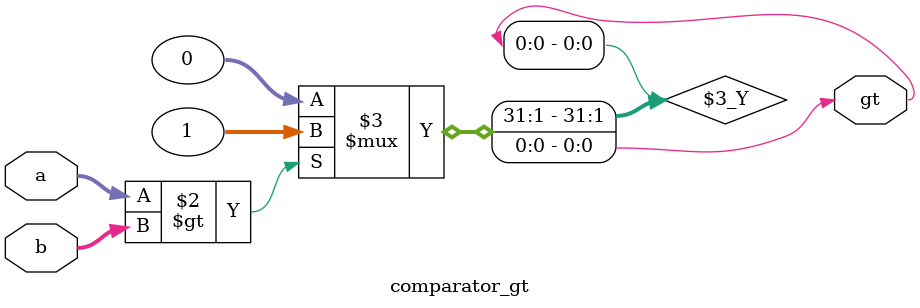
<source format=v>
`timescale 1ns / 1ps

module comparator_gt(a, b, gt);
input [3:0] a;
input [3:0] b;
output reg gt;

always @(a, b)
begin 
    gt = (a > b)? 1:0;
end

endmodule

</source>
